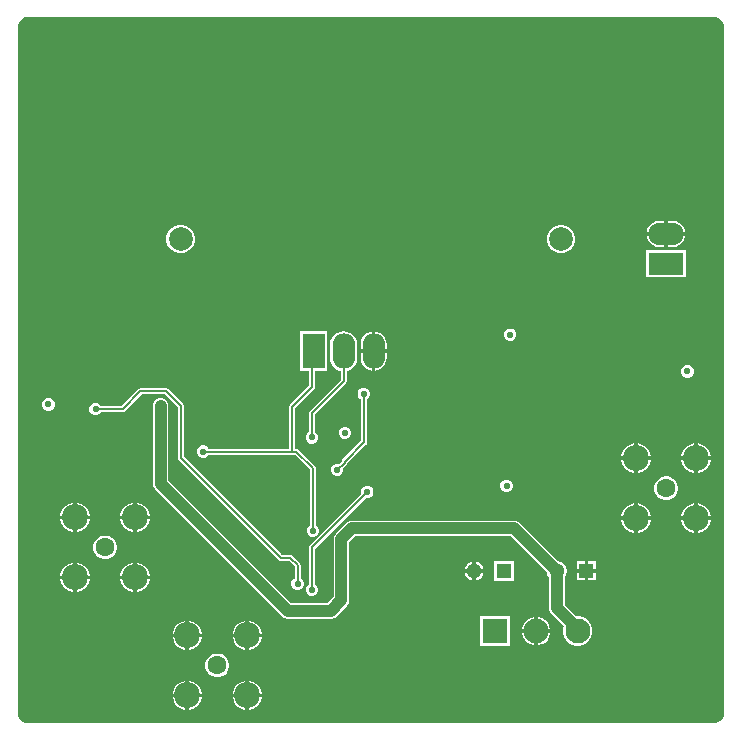
<source format=gbl>
G04*
G04 #@! TF.GenerationSoftware,Altium Limited,Altium Designer,21.9.1 (22)*
G04*
G04 Layer_Physical_Order=4*
G04 Layer_Color=16711680*
%FSAX44Y44*%
%MOMM*%
G71*
G04*
G04 #@! TF.SameCoordinates,0D14A302-91A5-4368-AE17-AEAA60D505F3*
G04*
G04*
G04 #@! TF.FilePolarity,Positive*
G04*
G01*
G75*
%ADD12C,0.2000*%
%ADD18C,1.0000*%
%ADD29C,2.1000*%
%ADD36C,2.2000*%
%ADD49C,5.0000*%
%ADD50C,1.6000*%
%ADD51C,2.0000*%
%ADD52O,3.0000X1.9000*%
%ADD53R,3.0000X1.9000*%
%ADD54R,1.9000X3.0000*%
%ADD55O,1.9000X3.0000*%
%ADD56R,1.3000X1.3000*%
%ADD57C,1.3000*%
%ADD58R,2.1000X2.1000*%
%ADD59C,0.7000*%
%ADD60C,0.5400*%
G36*
X00592625Y00598654D02*
X00594263Y00597976D01*
X00595737Y00596991D01*
X00596991Y00595737D01*
X00597976Y00594263D01*
X00598654Y00592625D01*
X00599000Y00590886D01*
Y00590000D01*
Y00010049D01*
Y00009155D01*
X00598651Y00007401D01*
X00597967Y00005749D01*
X00596973Y00004263D01*
X00595709Y00002998D01*
X00594222Y00002005D01*
X00592570Y00001320D01*
X00590817Y00000972D01*
X00589923D01*
X00215000Y00001000D01*
X00009114D01*
X00007375Y00001346D01*
X00005737Y00002024D01*
X00004263Y00003009D01*
X00003009Y00004263D01*
X00002024Y00005737D01*
X00001346Y00007375D01*
X00001000Y00009114D01*
Y00010000D01*
Y00590000D01*
Y00590886D01*
X00001346Y00592625D01*
X00002024Y00594263D01*
X00003009Y00595737D01*
X00004263Y00596991D01*
X00005737Y00597976D01*
X00007375Y00598654D01*
X00009114Y00599000D01*
X00590886D01*
X00592625Y00598654D01*
D02*
G37*
%LPC*%
G36*
X00555500Y00426495D02*
X00551500D01*
Y00416900D01*
X00566397D01*
X00566217Y00418272D01*
X00565108Y00420947D01*
X00563345Y00423245D01*
X00561047Y00425009D01*
X00558372Y00426117D01*
X00555500Y00426495D01*
D02*
G37*
G36*
X00548500D02*
X00544500D01*
X00541628Y00426117D01*
X00538952Y00425009D01*
X00536655Y00423245D01*
X00534892Y00420947D01*
X00533783Y00418272D01*
X00533603Y00416900D01*
X00548500D01*
Y00426495D01*
D02*
G37*
G36*
X00566397Y00413900D02*
X00551500D01*
Y00404305D01*
X00555500D01*
X00558372Y00404683D01*
X00561047Y00405792D01*
X00563345Y00407555D01*
X00565108Y00409853D01*
X00566217Y00412528D01*
X00566397Y00413900D01*
D02*
G37*
G36*
X00548500D02*
X00533603D01*
X00533783Y00412528D01*
X00534892Y00409853D01*
X00536655Y00407555D01*
X00538952Y00405792D01*
X00541628Y00404683D01*
X00544500Y00404305D01*
X00548500D01*
Y00413900D01*
D02*
G37*
G36*
X00462580Y00423000D02*
X00459420D01*
X00456368Y00422182D01*
X00453632Y00420602D01*
X00451398Y00418368D01*
X00449818Y00415632D01*
X00449000Y00412580D01*
Y00409420D01*
X00449818Y00406368D01*
X00451398Y00403632D01*
X00453632Y00401398D01*
X00456368Y00399818D01*
X00459420Y00399000D01*
X00462580D01*
X00465632Y00399818D01*
X00468368Y00401398D01*
X00470602Y00403632D01*
X00472182Y00406368D01*
X00473000Y00409420D01*
Y00412580D01*
X00472182Y00415632D01*
X00470602Y00418368D01*
X00468368Y00420602D01*
X00465632Y00422182D01*
X00462580Y00423000D01*
D02*
G37*
G36*
X00140580D02*
X00137420D01*
X00134368Y00422182D01*
X00131632Y00420602D01*
X00129398Y00418368D01*
X00127818Y00415632D01*
X00127000Y00412580D01*
Y00409420D01*
X00127818Y00406368D01*
X00129398Y00403632D01*
X00131632Y00401398D01*
X00134368Y00399818D01*
X00137420Y00399000D01*
X00140580D01*
X00143632Y00399818D01*
X00146368Y00401398D01*
X00148602Y00403632D01*
X00150182Y00406368D01*
X00151000Y00409420D01*
Y00412580D01*
X00150182Y00415632D01*
X00148602Y00418368D01*
X00146368Y00420602D01*
X00143632Y00422182D01*
X00140580Y00423000D01*
D02*
G37*
G36*
X00567000Y00401500D02*
X00533000D01*
Y00378500D01*
X00567000D01*
Y00401500D01*
D02*
G37*
G36*
X00419042Y00335240D02*
X00416958D01*
X00415032Y00334442D01*
X00413558Y00332968D01*
X00412760Y00331042D01*
Y00328958D01*
X00413558Y00327032D01*
X00415032Y00325558D01*
X00416958Y00324760D01*
X00419042D01*
X00420968Y00325558D01*
X00422442Y00327032D01*
X00423240Y00328958D01*
Y00331042D01*
X00422442Y00332968D01*
X00420968Y00334442D01*
X00419042Y00335240D01*
D02*
G37*
G36*
X00303900Y00332397D02*
Y00317500D01*
X00313495D01*
Y00321500D01*
X00313117Y00324372D01*
X00312008Y00327048D01*
X00310245Y00329345D01*
X00307947Y00331109D01*
X00305272Y00332217D01*
X00303900Y00332397D01*
D02*
G37*
G36*
X00300900D02*
X00299528Y00332217D01*
X00296853Y00331109D01*
X00294555Y00329345D01*
X00292792Y00327048D01*
X00291683Y00324372D01*
X00291305Y00321500D01*
Y00317500D01*
X00300900D01*
Y00332397D01*
D02*
G37*
G36*
X00313495Y00314500D02*
X00303900D01*
Y00299603D01*
X00305272Y00299783D01*
X00307947Y00300891D01*
X00310245Y00302655D01*
X00312008Y00304953D01*
X00313117Y00307628D01*
X00313495Y00310500D01*
Y00314500D01*
D02*
G37*
G36*
X00300900D02*
X00291305D01*
Y00310500D01*
X00291683Y00307628D01*
X00292792Y00304953D01*
X00294555Y00302655D01*
X00296853Y00300891D01*
X00299528Y00299783D01*
X00300900Y00299603D01*
Y00314500D01*
D02*
G37*
G36*
X00569042Y00304240D02*
X00566958D01*
X00565032Y00303442D01*
X00563558Y00301968D01*
X00562760Y00300042D01*
Y00297958D01*
X00563558Y00296032D01*
X00565032Y00294558D01*
X00566958Y00293760D01*
X00569042D01*
X00570968Y00294558D01*
X00572442Y00296032D01*
X00573240Y00297958D01*
Y00300042D01*
X00572442Y00301968D01*
X00570968Y00303442D01*
X00569042Y00304240D01*
D02*
G37*
G36*
X00028042Y00276240D02*
X00025958D01*
X00024032Y00275442D01*
X00022558Y00273968D01*
X00021760Y00272042D01*
Y00269958D01*
X00022558Y00268032D01*
X00024032Y00266558D01*
X00025958Y00265760D01*
X00028042D01*
X00029968Y00266558D01*
X00031442Y00268032D01*
X00032240Y00269958D01*
Y00272042D01*
X00031442Y00273968D01*
X00029968Y00275442D01*
X00028042Y00276240D01*
D02*
G37*
G36*
X00279042Y00252240D02*
X00276958D01*
X00275032Y00251442D01*
X00273558Y00249968D01*
X00272760Y00248042D01*
Y00245958D01*
X00273558Y00244032D01*
X00275032Y00242558D01*
X00276958Y00241760D01*
X00279042D01*
X00280968Y00242558D01*
X00282442Y00244032D01*
X00283240Y00245958D01*
Y00248042D01*
X00282442Y00249968D01*
X00280968Y00251442D01*
X00279042Y00252240D01*
D02*
G37*
G36*
X00277000Y00333099D02*
X00273998Y00332704D01*
X00271200Y00331545D01*
X00268798Y00329702D01*
X00266955Y00327300D01*
X00265796Y00324502D01*
X00265401Y00321500D01*
Y00310500D01*
X00265796Y00307498D01*
X00266955Y00304700D01*
X00268798Y00302298D01*
X00271200Y00300455D01*
X00273998Y00299296D01*
X00274451Y00299236D01*
Y00292056D01*
X00248198Y00265802D01*
X00247645Y00264975D01*
X00247451Y00264000D01*
Y00247616D01*
X00247032Y00247442D01*
X00245558Y00245968D01*
X00244760Y00244042D01*
Y00241958D01*
X00245558Y00240032D01*
X00247032Y00238558D01*
X00248958Y00237760D01*
X00251042D01*
X00252968Y00238558D01*
X00254442Y00240032D01*
X00255240Y00241958D01*
Y00244042D01*
X00254442Y00245968D01*
X00252968Y00247442D01*
X00252549Y00247616D01*
Y00262944D01*
X00278802Y00289198D01*
X00279355Y00290025D01*
X00279549Y00291000D01*
Y00299236D01*
X00280002Y00299296D01*
X00282800Y00300455D01*
X00285202Y00302298D01*
X00287045Y00304700D01*
X00288204Y00307498D01*
X00288599Y00310500D01*
Y00321500D01*
X00288204Y00324502D01*
X00287045Y00327300D01*
X00285202Y00329702D01*
X00282800Y00331545D01*
X00280002Y00332704D01*
X00277000Y00333099D01*
D02*
G37*
G36*
X00263100Y00333000D02*
X00240100D01*
Y00299000D01*
X00247451D01*
Y00287056D01*
X00231198Y00270802D01*
X00230645Y00269975D01*
X00230451Y00269000D01*
Y00233549D01*
X00162616D01*
X00162442Y00233968D01*
X00160968Y00235442D01*
X00159042Y00236240D01*
X00156958D01*
X00155032Y00235442D01*
X00153558Y00233968D01*
X00152760Y00232042D01*
Y00229958D01*
X00153558Y00228032D01*
X00155032Y00226558D01*
X00156958Y00225760D01*
X00159042D01*
X00160968Y00226558D01*
X00162442Y00228032D01*
X00162616Y00228451D01*
X00235944D01*
X00248451Y00215944D01*
Y00168616D01*
X00248032Y00168442D01*
X00246558Y00166968D01*
X00245760Y00165042D01*
Y00162958D01*
X00246558Y00161032D01*
X00248032Y00159558D01*
X00249958Y00158760D01*
X00252042D01*
X00253968Y00159558D01*
X00255442Y00161032D01*
X00256240Y00162958D01*
Y00165042D01*
X00255442Y00166968D01*
X00253968Y00168442D01*
X00253549Y00168616D01*
Y00217000D01*
X00253355Y00217975D01*
X00252802Y00218802D01*
X00238802Y00232802D01*
X00237976Y00233355D01*
X00237000Y00233549D01*
X00235549D01*
Y00267944D01*
X00251802Y00284198D01*
X00252355Y00285025D01*
X00252549Y00286000D01*
Y00299000D01*
X00263100D01*
Y00333000D01*
D02*
G37*
G36*
X00577046Y00237900D02*
X00576900D01*
Y00226900D01*
X00587900D01*
Y00227046D01*
X00587048Y00230225D01*
X00585402Y00233075D01*
X00583075Y00235403D01*
X00580225Y00237048D01*
X00577046Y00237900D01*
D02*
G37*
G36*
X00573900D02*
X00573754D01*
X00570575Y00237048D01*
X00567725Y00235403D01*
X00565397Y00233075D01*
X00563752Y00230225D01*
X00562900Y00227046D01*
Y00226900D01*
X00573900D01*
Y00237900D01*
D02*
G37*
G36*
X00526246D02*
X00526100D01*
Y00226900D01*
X00537100D01*
Y00227046D01*
X00536248Y00230225D01*
X00534603Y00233075D01*
X00532275Y00235403D01*
X00529425Y00237048D01*
X00526246Y00237900D01*
D02*
G37*
G36*
X00523100D02*
X00522954D01*
X00519775Y00237048D01*
X00516925Y00235403D01*
X00514598Y00233075D01*
X00512952Y00230225D01*
X00512100Y00227046D01*
Y00226900D01*
X00523100D01*
Y00237900D01*
D02*
G37*
G36*
X00295042Y00285240D02*
X00292958D01*
X00291032Y00284442D01*
X00289558Y00282968D01*
X00288760Y00281042D01*
Y00278958D01*
X00289558Y00277032D01*
X00291032Y00275558D01*
X00291451Y00275384D01*
Y00239881D01*
X00275958Y00224387D01*
X00275405Y00223560D01*
X00275268Y00222873D01*
X00272962Y00220566D01*
X00272542Y00220740D01*
X00270458D01*
X00268532Y00219942D01*
X00267058Y00218468D01*
X00266260Y00216542D01*
Y00214458D01*
X00267058Y00212532D01*
X00268532Y00211058D01*
X00270458Y00210260D01*
X00272542D01*
X00274468Y00211058D01*
X00275942Y00212532D01*
X00276740Y00214458D01*
Y00216542D01*
X00276566Y00216962D01*
X00279562Y00219958D01*
X00279932Y00220510D01*
X00280115Y00220785D01*
X00280252Y00221472D01*
X00295802Y00237022D01*
X00296355Y00237849D01*
X00296549Y00238825D01*
Y00275384D01*
X00296968Y00275558D01*
X00298442Y00277032D01*
X00299240Y00278958D01*
Y00281042D01*
X00298442Y00282968D01*
X00296968Y00284442D01*
X00295042Y00285240D01*
D02*
G37*
G36*
X00587900Y00223900D02*
X00576900D01*
Y00212900D01*
X00577046D01*
X00580225Y00213752D01*
X00583075Y00215397D01*
X00585402Y00217725D01*
X00587048Y00220575D01*
X00587900Y00223754D01*
Y00223900D01*
D02*
G37*
G36*
X00573900D02*
X00562900D01*
Y00223754D01*
X00563752Y00220575D01*
X00565397Y00217725D01*
X00567725Y00215397D01*
X00570575Y00213752D01*
X00573754Y00212900D01*
X00573900D01*
Y00223900D01*
D02*
G37*
G36*
X00537100Y00223900D02*
X00526100D01*
Y00212900D01*
X00526246D01*
X00529425Y00213752D01*
X00532275Y00215397D01*
X00534603Y00217725D01*
X00536248Y00220575D01*
X00537100Y00223754D01*
Y00223900D01*
D02*
G37*
G36*
X00523100D02*
X00512100D01*
Y00223754D01*
X00512952Y00220575D01*
X00514598Y00217725D01*
X00516925Y00215397D01*
X00519775Y00213752D01*
X00522954Y00212900D01*
X00523100D01*
Y00223900D01*
D02*
G37*
G36*
X00416042Y00207240D02*
X00413958D01*
X00412032Y00206442D01*
X00410558Y00204968D01*
X00409760Y00203042D01*
Y00200958D01*
X00410558Y00199032D01*
X00412032Y00197558D01*
X00413958Y00196760D01*
X00416042D01*
X00417968Y00197558D01*
X00419442Y00199032D01*
X00420240Y00200958D01*
Y00203042D01*
X00419442Y00204968D01*
X00417968Y00206442D01*
X00416042Y00207240D01*
D02*
G37*
G36*
X00298042Y00202240D02*
X00295958D01*
X00294032Y00201442D01*
X00292558Y00199968D01*
X00291760Y00198042D01*
Y00195958D01*
X00291934Y00195538D01*
X00248198Y00151802D01*
X00247645Y00150976D01*
X00247451Y00150000D01*
Y00118616D01*
X00247032Y00118442D01*
X00245558Y00116968D01*
X00244760Y00115042D01*
Y00112958D01*
X00245558Y00111032D01*
X00247032Y00109558D01*
X00248958Y00108760D01*
X00251042D01*
X00252968Y00109558D01*
X00254442Y00111032D01*
X00255240Y00112958D01*
Y00115042D01*
X00254442Y00116968D01*
X00252968Y00118442D01*
X00252549Y00118616D01*
Y00148944D01*
X00295538Y00191934D01*
X00295958Y00191760D01*
X00298042D01*
X00299968Y00192558D01*
X00301442Y00194032D01*
X00302240Y00195958D01*
Y00198042D01*
X00301442Y00199968D01*
X00299968Y00201442D01*
X00298042Y00202240D01*
D02*
G37*
G36*
X00551316Y00210000D02*
X00548684D01*
X00546140Y00209319D01*
X00543860Y00208002D01*
X00541998Y00206140D01*
X00540681Y00203860D01*
X00540000Y00201317D01*
Y00198683D01*
X00540681Y00196140D01*
X00541998Y00193860D01*
X00543860Y00191998D01*
X00546140Y00190681D01*
X00548684Y00190000D01*
X00551316D01*
X00553860Y00190681D01*
X00556140Y00191998D01*
X00558002Y00193860D01*
X00559319Y00196140D01*
X00560000Y00198683D01*
Y00201317D01*
X00559319Y00203860D01*
X00558002Y00206140D01*
X00556140Y00208002D01*
X00553860Y00209319D01*
X00551316Y00210000D01*
D02*
G37*
G36*
X00051246Y00187900D02*
X00051100D01*
Y00176900D01*
X00062100D01*
Y00177046D01*
X00061248Y00180225D01*
X00059602Y00183075D01*
X00057275Y00185403D01*
X00054425Y00187048D01*
X00051246Y00187900D01*
D02*
G37*
G36*
X00048100D02*
X00047954D01*
X00044775Y00187048D01*
X00041925Y00185403D01*
X00039597Y00183075D01*
X00037952Y00180225D01*
X00037100Y00177046D01*
Y00176900D01*
X00048100D01*
Y00187900D01*
D02*
G37*
G36*
X00102046D02*
X00101900D01*
Y00176900D01*
X00112900D01*
Y00177046D01*
X00112048Y00180225D01*
X00110402Y00183075D01*
X00108075Y00185403D01*
X00105225Y00187048D01*
X00102046Y00187900D01*
D02*
G37*
G36*
X00098900D02*
X00098754D01*
X00095575Y00187048D01*
X00092725Y00185403D01*
X00090398Y00183075D01*
X00088752Y00180225D01*
X00087900Y00177046D01*
Y00176900D01*
X00098900D01*
Y00187900D01*
D02*
G37*
G36*
X00577046Y00187100D02*
X00576900D01*
Y00176100D01*
X00587900D01*
Y00176246D01*
X00587048Y00179425D01*
X00585402Y00182275D01*
X00583075Y00184603D01*
X00580225Y00186248D01*
X00577046Y00187100D01*
D02*
G37*
G36*
X00573900D02*
X00573754D01*
X00570575Y00186248D01*
X00567725Y00184603D01*
X00565397Y00182275D01*
X00563752Y00179425D01*
X00562900Y00176246D01*
Y00176100D01*
X00573900D01*
Y00187100D01*
D02*
G37*
G36*
X00526246D02*
X00526100D01*
Y00176100D01*
X00537100D01*
Y00176246D01*
X00536248Y00179425D01*
X00534603Y00182275D01*
X00532275Y00184603D01*
X00529425Y00186248D01*
X00526246Y00187100D01*
D02*
G37*
G36*
X00523100D02*
X00522954D01*
X00519775Y00186248D01*
X00516925Y00184603D01*
X00514598Y00182275D01*
X00512952Y00179425D01*
X00512100Y00176246D01*
Y00176100D01*
X00523100D01*
Y00187100D01*
D02*
G37*
G36*
X00112900Y00173900D02*
X00101900D01*
Y00162900D01*
X00102046D01*
X00105225Y00163752D01*
X00108075Y00165397D01*
X00110402Y00167725D01*
X00112048Y00170575D01*
X00112900Y00173754D01*
Y00173900D01*
D02*
G37*
G36*
X00098900D02*
X00087900D01*
Y00173754D01*
X00088752Y00170575D01*
X00090398Y00167725D01*
X00092725Y00165397D01*
X00095575Y00163752D01*
X00098754Y00162900D01*
X00098900D01*
Y00173900D01*
D02*
G37*
G36*
X00062100Y00173900D02*
X00051100D01*
Y00162900D01*
X00051246D01*
X00054425Y00163752D01*
X00057275Y00165397D01*
X00059602Y00167725D01*
X00061248Y00170575D01*
X00062100Y00173754D01*
Y00173900D01*
D02*
G37*
G36*
X00048100D02*
X00037100D01*
Y00173754D01*
X00037952Y00170575D01*
X00039597Y00167725D01*
X00041925Y00165397D01*
X00044775Y00163752D01*
X00047954Y00162900D01*
X00048100D01*
Y00173900D01*
D02*
G37*
G36*
X00587900Y00173100D02*
X00576900D01*
Y00162100D01*
X00577046D01*
X00580225Y00162952D01*
X00583075Y00164597D01*
X00585402Y00166925D01*
X00587048Y00169775D01*
X00587900Y00172954D01*
Y00173100D01*
D02*
G37*
G36*
X00573900D02*
X00562900D01*
Y00172954D01*
X00563752Y00169775D01*
X00565397Y00166925D01*
X00567725Y00164597D01*
X00570575Y00162952D01*
X00573754Y00162100D01*
X00573900D01*
Y00173100D01*
D02*
G37*
G36*
X00537100Y00173100D02*
X00526100D01*
Y00162100D01*
X00526246D01*
X00529425Y00162952D01*
X00532275Y00164597D01*
X00534603Y00166925D01*
X00536248Y00169775D01*
X00537100Y00172954D01*
Y00173100D01*
D02*
G37*
G36*
X00523100D02*
X00512100D01*
Y00172954D01*
X00512952Y00169775D01*
X00514598Y00166925D01*
X00516925Y00164597D01*
X00519775Y00162952D01*
X00522954Y00162100D01*
X00523100D01*
Y00173100D01*
D02*
G37*
G36*
X00076316Y00160000D02*
X00073684D01*
X00071140Y00159319D01*
X00068860Y00158002D01*
X00066998Y00156140D01*
X00065682Y00153860D01*
X00065000Y00151316D01*
Y00148684D01*
X00065682Y00146140D01*
X00066998Y00143860D01*
X00068860Y00141998D01*
X00071140Y00140681D01*
X00073684Y00140000D01*
X00076316D01*
X00078860Y00140681D01*
X00081140Y00141998D01*
X00083002Y00143860D01*
X00084319Y00146140D01*
X00085000Y00148684D01*
Y00151316D01*
X00084319Y00153860D01*
X00083002Y00156140D01*
X00081140Y00158002D01*
X00078860Y00159319D01*
X00076316Y00160000D01*
D02*
G37*
G36*
X00490500Y00138000D02*
X00484000D01*
Y00131500D01*
X00490500D01*
Y00138000D01*
D02*
G37*
G36*
X00481000D02*
X00474500D01*
Y00131500D01*
X00481000D01*
Y00138000D01*
D02*
G37*
G36*
X00389000Y00137880D02*
Y00131500D01*
X00395380D01*
X00394955Y00133088D01*
X00393902Y00134912D01*
X00392412Y00136402D01*
X00390588Y00137455D01*
X00389000Y00137880D01*
D02*
G37*
G36*
X00386000D02*
X00384412Y00137455D01*
X00382588Y00136402D01*
X00381098Y00134912D01*
X00380045Y00133088D01*
X00379620Y00131500D01*
X00386000D01*
Y00137880D01*
D02*
G37*
G36*
X00051246Y00137100D02*
X00051100D01*
Y00126100D01*
X00062100D01*
Y00126246D01*
X00061248Y00129425D01*
X00059602Y00132275D01*
X00057275Y00134602D01*
X00054425Y00136248D01*
X00051246Y00137100D01*
D02*
G37*
G36*
X00048100D02*
X00047954D01*
X00044775Y00136248D01*
X00041925Y00134602D01*
X00039597Y00132275D01*
X00037952Y00129425D01*
X00037100Y00126246D01*
Y00126100D01*
X00048100D01*
Y00137100D01*
D02*
G37*
G36*
X00102046D02*
X00101900D01*
Y00126100D01*
X00112900D01*
Y00126246D01*
X00112048Y00129425D01*
X00110402Y00132275D01*
X00108075Y00134602D01*
X00105225Y00136248D01*
X00102046Y00137100D01*
D02*
G37*
G36*
X00098900D02*
X00098754D01*
X00095575Y00136248D01*
X00092725Y00134602D01*
X00090398Y00132275D01*
X00088752Y00129425D01*
X00087900Y00126246D01*
Y00126100D01*
X00098900D01*
Y00137100D01*
D02*
G37*
G36*
X00395380Y00128500D02*
X00389000D01*
Y00122120D01*
X00390588Y00122545D01*
X00392412Y00123598D01*
X00393902Y00125088D01*
X00394955Y00126912D01*
X00395380Y00128500D01*
D02*
G37*
G36*
X00386000D02*
X00379620D01*
X00380045Y00126912D01*
X00381098Y00125088D01*
X00382588Y00123598D01*
X00384412Y00122545D01*
X00386000Y00122120D01*
Y00128500D01*
D02*
G37*
G36*
X00490500D02*
X00484000D01*
Y00122000D01*
X00490500D01*
Y00128500D01*
D02*
G37*
G36*
X00481000D02*
X00474500D01*
Y00122000D01*
X00481000D01*
Y00128500D01*
D02*
G37*
G36*
X00421000Y00138500D02*
X00404000D01*
Y00121500D01*
X00421000D01*
Y00138500D01*
D02*
G37*
G36*
X00127000Y00284549D02*
X00105000D01*
X00104186Y00284387D01*
X00104024Y00284355D01*
X00103198Y00283802D01*
X00088944Y00269549D01*
X00071616D01*
X00071442Y00269968D01*
X00069968Y00271442D01*
X00068042Y00272240D01*
X00065958D01*
X00064032Y00271442D01*
X00062558Y00269968D01*
X00061760Y00268042D01*
Y00265958D01*
X00062558Y00264032D01*
X00064032Y00262558D01*
X00065958Y00261760D01*
X00068042D01*
X00069968Y00262558D01*
X00071442Y00264032D01*
X00071616Y00264451D01*
X00090000D01*
X00090976Y00264645D01*
X00091802Y00265198D01*
X00106056Y00279451D01*
X00125944D01*
X00136451Y00268944D01*
Y00226000D01*
X00136645Y00225025D01*
X00137198Y00224198D01*
X00222198Y00139198D01*
X00223025Y00138645D01*
X00224000Y00138451D01*
X00230944D01*
X00235451Y00133944D01*
Y00123616D01*
X00235032Y00123442D01*
X00233558Y00121968D01*
X00232760Y00120042D01*
Y00117958D01*
X00233558Y00116032D01*
X00235032Y00114558D01*
X00236958Y00113760D01*
X00239042D01*
X00240968Y00114558D01*
X00242442Y00116032D01*
X00243240Y00117958D01*
Y00120042D01*
X00242442Y00121968D01*
X00240968Y00123442D01*
X00240549Y00123616D01*
Y00135000D01*
X00240355Y00135975D01*
X00239802Y00136802D01*
X00233802Y00142802D01*
X00232976Y00143355D01*
X00232000Y00143549D01*
X00225056D01*
X00141549Y00227056D01*
Y00270000D01*
X00141355Y00270975D01*
X00140802Y00271802D01*
X00128802Y00283802D01*
X00127976Y00284355D01*
X00127000Y00284549D01*
D02*
G37*
G36*
X00112900Y00123100D02*
X00101900D01*
Y00112100D01*
X00102046D01*
X00105225Y00112952D01*
X00108075Y00114598D01*
X00110402Y00116925D01*
X00112048Y00119775D01*
X00112900Y00122954D01*
Y00123100D01*
D02*
G37*
G36*
X00098900D02*
X00087900D01*
Y00122954D01*
X00088752Y00119775D01*
X00090398Y00116925D01*
X00092725Y00114598D01*
X00095575Y00112952D01*
X00098754Y00112100D01*
X00098900D01*
Y00123100D01*
D02*
G37*
G36*
X00062100Y00123100D02*
X00051100D01*
Y00112100D01*
X00051246D01*
X00054425Y00112952D01*
X00057275Y00114598D01*
X00059602Y00116925D01*
X00061248Y00119775D01*
X00062100Y00122954D01*
Y00123100D01*
D02*
G37*
G36*
X00048100D02*
X00037100D01*
Y00122954D01*
X00037952Y00119775D01*
X00039597Y00116925D01*
X00041925Y00114598D01*
X00044775Y00112952D01*
X00047954Y00112100D01*
X00048100D01*
Y00123100D01*
D02*
G37*
G36*
X00441580Y00091001D02*
X00441500D01*
Y00080501D01*
X00452000D01*
Y00080581D01*
X00451182Y00083633D01*
X00449602Y00086369D01*
X00447368Y00088603D01*
X00444632Y00090183D01*
X00441580Y00091001D01*
D02*
G37*
G36*
X00438500D02*
X00438420D01*
X00435368Y00090183D01*
X00432632Y00088603D01*
X00430397Y00086369D01*
X00428818Y00083633D01*
X00428000Y00080581D01*
Y00080501D01*
X00438500D01*
Y00091001D01*
D02*
G37*
G36*
X00146246Y00087900D02*
X00146100D01*
Y00076900D01*
X00157100D01*
Y00077046D01*
X00156248Y00080225D01*
X00154602Y00083075D01*
X00152275Y00085402D01*
X00149425Y00087048D01*
X00146246Y00087900D01*
D02*
G37*
G36*
X00197046D02*
X00196900D01*
Y00076900D01*
X00207900D01*
Y00077046D01*
X00207048Y00080225D01*
X00205403Y00083075D01*
X00203075Y00085402D01*
X00200225Y00087048D01*
X00197046Y00087900D01*
D02*
G37*
G36*
X00193900D02*
X00193754D01*
X00190575Y00087048D01*
X00187725Y00085402D01*
X00185397Y00083075D01*
X00183752Y00080225D01*
X00182900Y00077046D01*
Y00076900D01*
X00193900D01*
Y00087900D01*
D02*
G37*
G36*
X00143100D02*
X00142954D01*
X00139775Y00087048D01*
X00136925Y00085402D01*
X00134598Y00083075D01*
X00132952Y00080225D01*
X00132100Y00077046D01*
Y00076900D01*
X00143100D01*
Y00087900D01*
D02*
G37*
G36*
X00452000Y00077501D02*
X00441500D01*
Y00067001D01*
X00441580D01*
X00444632Y00067819D01*
X00447368Y00069398D01*
X00449602Y00071633D01*
X00451182Y00074369D01*
X00452000Y00077421D01*
Y00077501D01*
D02*
G37*
G36*
X00438500D02*
X00428000D01*
Y00077421D01*
X00428818Y00074369D01*
X00430397Y00071633D01*
X00432632Y00069398D01*
X00435368Y00067819D01*
X00438420Y00067001D01*
X00438500D01*
Y00077501D01*
D02*
G37*
G36*
X00122000Y00276556D02*
X00120303Y00276333D01*
X00118722Y00275678D01*
X00117364Y00274636D01*
X00116322Y00273278D01*
X00115667Y00271697D01*
X00115444Y00270000D01*
Y00204000D01*
X00115667Y00202303D01*
X00115995Y00201513D01*
X00116322Y00200722D01*
X00117364Y00199364D01*
X00225364Y00091364D01*
X00226722Y00090322D01*
X00227840Y00089859D01*
X00228303Y00089667D01*
X00230000Y00089444D01*
X00266000D01*
X00267697Y00089667D01*
X00268352Y00089939D01*
X00269278Y00090322D01*
X00270636Y00091364D01*
X00279636Y00100364D01*
X00280678Y00101722D01*
X00281141Y00102840D01*
X00281333Y00103303D01*
X00281556Y00105000D01*
Y00154284D01*
X00286716Y00159444D01*
X00418784D01*
X00449000Y00129228D01*
Y00128881D01*
X00449579Y00126719D01*
X00450698Y00124781D01*
X00450944Y00124535D01*
Y00098712D01*
X00451167Y00097015D01*
X00451439Y00096360D01*
X00451822Y00095434D01*
X00452864Y00094076D01*
X00463301Y00083638D01*
X00462500Y00080646D01*
Y00077355D01*
X00463352Y00074176D01*
X00464997Y00071326D01*
X00467325Y00068998D01*
X00470175Y00067353D01*
X00473354Y00066501D01*
X00476646D01*
X00479825Y00067353D01*
X00482675Y00068998D01*
X00485002Y00071326D01*
X00486648Y00074176D01*
X00487500Y00077355D01*
Y00080646D01*
X00486648Y00083826D01*
X00485002Y00086676D01*
X00482675Y00089003D01*
X00479825Y00090649D01*
X00476646Y00091501D01*
X00473982D01*
X00464056Y00101427D01*
Y00124535D01*
X00464302Y00124781D01*
X00465421Y00126719D01*
X00466000Y00128881D01*
Y00131119D01*
X00465421Y00133281D01*
X00464302Y00135219D01*
X00462719Y00136802D01*
X00460781Y00137921D01*
X00458619Y00138500D01*
X00458272D01*
X00426136Y00170636D01*
X00424778Y00171678D01*
X00423987Y00172005D01*
X00423197Y00172333D01*
X00421500Y00172556D01*
X00284000D01*
X00282303Y00172333D01*
X00281513Y00172005D01*
X00280722Y00171678D01*
X00279364Y00170636D01*
X00270364Y00161636D01*
X00269322Y00160278D01*
X00268995Y00159487D01*
X00268667Y00158697D01*
X00268444Y00157000D01*
Y00107716D01*
X00263284Y00102556D01*
X00232716D01*
X00128556Y00206716D01*
Y00270000D01*
X00128333Y00271697D01*
X00127678Y00273278D01*
X00126636Y00274636D01*
X00125278Y00275678D01*
X00123697Y00276333D01*
X00122000Y00276556D01*
D02*
G37*
G36*
X00417500Y00091501D02*
X00392500D01*
Y00066501D01*
X00417500D01*
Y00091501D01*
D02*
G37*
G36*
X00207900Y00073900D02*
X00196900D01*
Y00062900D01*
X00197046D01*
X00200225Y00063752D01*
X00203075Y00065398D01*
X00205403Y00067725D01*
X00207048Y00070575D01*
X00207900Y00073754D01*
Y00073900D01*
D02*
G37*
G36*
X00193900D02*
X00182900D01*
Y00073754D01*
X00183752Y00070575D01*
X00185397Y00067725D01*
X00187725Y00065398D01*
X00190575Y00063752D01*
X00193754Y00062900D01*
X00193900D01*
Y00073900D01*
D02*
G37*
G36*
X00157100D02*
X00146100D01*
Y00062900D01*
X00146246D01*
X00149425Y00063752D01*
X00152275Y00065398D01*
X00154602Y00067725D01*
X00156248Y00070575D01*
X00157100Y00073754D01*
Y00073900D01*
D02*
G37*
G36*
X00143100D02*
X00132100D01*
Y00073754D01*
X00132952Y00070575D01*
X00134598Y00067725D01*
X00136925Y00065398D01*
X00139775Y00063752D01*
X00142954Y00062900D01*
X00143100D01*
Y00073900D01*
D02*
G37*
G36*
X00171317Y00060000D02*
X00168683D01*
X00166140Y00059318D01*
X00163860Y00058002D01*
X00161998Y00056140D01*
X00160681Y00053860D01*
X00160000Y00051316D01*
Y00048684D01*
X00160681Y00046140D01*
X00161998Y00043860D01*
X00163860Y00041998D01*
X00166140Y00040682D01*
X00168683Y00040000D01*
X00171317D01*
X00173860Y00040682D01*
X00176140Y00041998D01*
X00178002Y00043860D01*
X00179319Y00046140D01*
X00180000Y00048684D01*
Y00051316D01*
X00179319Y00053860D01*
X00178002Y00056140D01*
X00176140Y00058002D01*
X00173860Y00059318D01*
X00171317Y00060000D01*
D02*
G37*
G36*
X00197046Y00037100D02*
X00196900D01*
Y00026100D01*
X00207900D01*
Y00026246D01*
X00207048Y00029425D01*
X00205403Y00032275D01*
X00203075Y00034602D01*
X00200225Y00036248D01*
X00197046Y00037100D01*
D02*
G37*
G36*
X00193900D02*
X00193754D01*
X00190575Y00036248D01*
X00187725Y00034602D01*
X00185397Y00032275D01*
X00183752Y00029425D01*
X00182900Y00026246D01*
Y00026100D01*
X00193900D01*
Y00037100D01*
D02*
G37*
G36*
X00146246D02*
X00146100D01*
Y00026100D01*
X00157100D01*
Y00026246D01*
X00156248Y00029425D01*
X00154602Y00032275D01*
X00152275Y00034602D01*
X00149425Y00036248D01*
X00146246Y00037100D01*
D02*
G37*
G36*
X00143100D02*
X00142954D01*
X00139775Y00036248D01*
X00136925Y00034602D01*
X00134598Y00032275D01*
X00132952Y00029425D01*
X00132100Y00026246D01*
Y00026100D01*
X00143100D01*
Y00037100D01*
D02*
G37*
G36*
X00207900Y00023100D02*
X00196900D01*
Y00012100D01*
X00197046D01*
X00200225Y00012952D01*
X00203075Y00014598D01*
X00205403Y00016925D01*
X00207048Y00019775D01*
X00207900Y00022954D01*
Y00023100D01*
D02*
G37*
G36*
X00193900D02*
X00182900D01*
Y00022954D01*
X00183752Y00019775D01*
X00185397Y00016925D01*
X00187725Y00014598D01*
X00190575Y00012952D01*
X00193754Y00012100D01*
X00193900D01*
Y00023100D01*
D02*
G37*
G36*
X00157100Y00023100D02*
X00146100D01*
Y00012100D01*
X00146246D01*
X00149425Y00012952D01*
X00152275Y00014598D01*
X00154602Y00016925D01*
X00156248Y00019775D01*
X00157100Y00022954D01*
Y00023100D01*
D02*
G37*
G36*
X00143100D02*
X00132100D01*
Y00022954D01*
X00132952Y00019775D01*
X00134598Y00016925D01*
X00136925Y00014598D01*
X00139775Y00012952D01*
X00142954Y00012100D01*
X00143100D01*
Y00023100D01*
D02*
G37*
%LPD*%
D12*
X00238000Y00119000D02*
Y00135000D01*
X00232000Y00141000D02*
X00238000Y00135000D01*
X00139000Y00226000D02*
X00224000Y00141000D01*
X00232000D01*
X00127000Y00282000D02*
X00139000Y00270000D01*
Y00226000D02*
Y00270000D01*
X00105000Y00282000D02*
X00127000D01*
X00067000Y00267000D02*
X00090000D01*
X00105000Y00282000D01*
X00277760Y00222585D02*
X00294000Y00238825D01*
Y00280000D01*
X00271500Y00215500D02*
X00277760Y00221760D01*
Y00222585D01*
X00158000Y00231000D02*
X00233000D01*
Y00269000D02*
X00250000Y00286000D01*
X00233000Y00231000D02*
X00237000D01*
X00233000D02*
Y00269000D01*
X00250000Y00314400D02*
X00251600Y00316000D01*
X00250000Y00286000D02*
Y00314400D01*
X00237000Y00231000D02*
X00251000Y00217000D01*
Y00164000D02*
Y00217000D01*
X00250000Y00114000D02*
Y00150000D01*
X00297000Y00197000D01*
X00277000Y00291000D02*
Y00316000D01*
X00250000Y00264000D02*
X00277000Y00291000D01*
X00250000Y00243000D02*
Y00264000D01*
D18*
X00275000Y00157000D02*
X00284000Y00166000D01*
X00122000Y00204000D02*
Y00270000D01*
X00230000Y00096000D02*
X00266000D01*
X00122000Y00204000D02*
X00230000Y00096000D01*
X00275000Y00105000D02*
Y00157000D01*
X00266000Y00096000D02*
X00275000Y00105000D01*
X00421500Y00166000D02*
X00457500Y00130000D01*
X00284000Y00166000D02*
X00421500D01*
X00457500Y00098712D02*
Y00130000D01*
X00475000Y00079001D02*
Y00081212D01*
X00457500Y00098712D02*
X00475000Y00081212D01*
D29*
X00440000Y00079001D02*
D03*
X00475000D02*
D03*
D36*
X00524600Y00174600D02*
D03*
X00575400D02*
D03*
Y00225400D02*
D03*
X00524600D02*
D03*
X00049600Y00124600D02*
D03*
X00100400D02*
D03*
Y00175400D02*
D03*
X00049600D02*
D03*
X00144600Y00024600D02*
D03*
X00195400D02*
D03*
Y00075400D02*
D03*
X00144600D02*
D03*
D49*
X00550000Y00050000D02*
D03*
X00050000D02*
D03*
X00550000Y00550000D02*
D03*
X00050000D02*
D03*
D50*
X00550000Y00200000D02*
D03*
X00075000Y00150000D02*
D03*
X00170000Y00050000D02*
D03*
D51*
X00461000Y00411000D02*
D03*
Y00453000D02*
D03*
X00419000Y00411000D02*
D03*
X00181000D02*
D03*
X00139000Y00453000D02*
D03*
Y00411000D02*
D03*
D52*
X00550000Y00415400D02*
D03*
D53*
Y00390000D02*
D03*
D54*
X00251600Y00316000D02*
D03*
D55*
X00277000D02*
D03*
X00302400D02*
D03*
D56*
X00412500Y00130000D02*
D03*
X00482500D02*
D03*
D57*
X00387500D02*
D03*
X00457500D02*
D03*
D58*
X00405000Y00079001D02*
D03*
D59*
X00570002Y00510001D02*
D03*
Y00490001D02*
D03*
Y00470001D02*
D03*
Y00450001D02*
D03*
Y00430001D02*
D03*
Y00410001D02*
D03*
Y00370001D02*
D03*
X00550002Y00510001D02*
D03*
Y00490001D02*
D03*
Y00470001D02*
D03*
Y00450001D02*
D03*
Y00430001D02*
D03*
X00530002Y00510001D02*
D03*
Y00490001D02*
D03*
Y00470001D02*
D03*
Y00450001D02*
D03*
Y00430001D02*
D03*
Y00410001D02*
D03*
Y00370001D02*
D03*
X00510002Y00570001D02*
D03*
Y00550001D02*
D03*
Y00530001D02*
D03*
Y00510001D02*
D03*
Y00490001D02*
D03*
Y00470001D02*
D03*
Y00450001D02*
D03*
Y00430001D02*
D03*
Y00370001D02*
D03*
X00490002Y00570001D02*
D03*
Y00550001D02*
D03*
Y00530001D02*
D03*
Y00510001D02*
D03*
Y00490001D02*
D03*
Y00470001D02*
D03*
Y00450001D02*
D03*
Y00430001D02*
D03*
Y00410001D02*
D03*
Y00370001D02*
D03*
X00470002Y00570001D02*
D03*
Y00550001D02*
D03*
Y00530001D02*
D03*
Y00510001D02*
D03*
Y00490001D02*
D03*
Y00470001D02*
D03*
Y00430001D02*
D03*
Y00390001D02*
D03*
Y00370001D02*
D03*
X00450002Y00570001D02*
D03*
Y00550001D02*
D03*
Y00530001D02*
D03*
Y00510001D02*
D03*
Y00490001D02*
D03*
Y00470001D02*
D03*
Y00430001D02*
D03*
Y00390001D02*
D03*
Y00370001D02*
D03*
X00430002Y00570001D02*
D03*
Y00550001D02*
D03*
Y00530001D02*
D03*
Y00510001D02*
D03*
Y00490001D02*
D03*
Y00470001D02*
D03*
Y00450001D02*
D03*
Y00430001D02*
D03*
Y00390001D02*
D03*
Y00370001D02*
D03*
X00410002Y00570001D02*
D03*
Y00550001D02*
D03*
Y00530001D02*
D03*
Y00510001D02*
D03*
Y00490001D02*
D03*
Y00470001D02*
D03*
Y00450001D02*
D03*
Y00430001D02*
D03*
Y00390001D02*
D03*
Y00370001D02*
D03*
X00390002Y00570001D02*
D03*
Y00550001D02*
D03*
Y00530001D02*
D03*
Y00510001D02*
D03*
Y00490001D02*
D03*
Y00470001D02*
D03*
Y00450001D02*
D03*
Y00430001D02*
D03*
Y00410001D02*
D03*
Y00390001D02*
D03*
Y00370001D02*
D03*
X00370001Y00570001D02*
D03*
Y00550001D02*
D03*
Y00530001D02*
D03*
Y00510001D02*
D03*
Y00490001D02*
D03*
Y00470001D02*
D03*
Y00450001D02*
D03*
Y00430001D02*
D03*
Y00410001D02*
D03*
Y00390001D02*
D03*
Y00370001D02*
D03*
X00350001Y00570001D02*
D03*
Y00550001D02*
D03*
Y00530001D02*
D03*
Y00510001D02*
D03*
Y00490001D02*
D03*
Y00470001D02*
D03*
Y00450001D02*
D03*
Y00430001D02*
D03*
Y00410001D02*
D03*
Y00390001D02*
D03*
Y00370001D02*
D03*
X00330001Y00570001D02*
D03*
Y00550001D02*
D03*
Y00530001D02*
D03*
Y00510001D02*
D03*
Y00490001D02*
D03*
Y00470001D02*
D03*
Y00450001D02*
D03*
Y00430001D02*
D03*
Y00410001D02*
D03*
Y00390001D02*
D03*
Y00370001D02*
D03*
X00310002Y00570001D02*
D03*
Y00550001D02*
D03*
Y00530001D02*
D03*
Y00510001D02*
D03*
Y00490001D02*
D03*
Y00470001D02*
D03*
Y00450001D02*
D03*
Y00430001D02*
D03*
Y00410001D02*
D03*
Y00390001D02*
D03*
Y00370001D02*
D03*
X00290002Y00570001D02*
D03*
Y00550001D02*
D03*
Y00530001D02*
D03*
Y00510001D02*
D03*
Y00490001D02*
D03*
Y00470001D02*
D03*
Y00450001D02*
D03*
Y00430001D02*
D03*
Y00410001D02*
D03*
Y00390001D02*
D03*
Y00370001D02*
D03*
X00270002Y00570001D02*
D03*
Y00550001D02*
D03*
Y00530001D02*
D03*
Y00510001D02*
D03*
Y00490001D02*
D03*
Y00470001D02*
D03*
Y00450001D02*
D03*
Y00430001D02*
D03*
Y00410001D02*
D03*
Y00390001D02*
D03*
Y00370001D02*
D03*
X00250002Y00570001D02*
D03*
Y00550001D02*
D03*
Y00530001D02*
D03*
Y00510001D02*
D03*
Y00490001D02*
D03*
Y00470001D02*
D03*
Y00450001D02*
D03*
Y00430001D02*
D03*
Y00410001D02*
D03*
Y00390001D02*
D03*
Y00370001D02*
D03*
X00230002Y00570001D02*
D03*
Y00550001D02*
D03*
Y00530001D02*
D03*
Y00510001D02*
D03*
Y00490001D02*
D03*
Y00470001D02*
D03*
Y00450001D02*
D03*
Y00430001D02*
D03*
Y00410001D02*
D03*
Y00390001D02*
D03*
Y00370001D02*
D03*
X00210002Y00570001D02*
D03*
Y00550001D02*
D03*
Y00530001D02*
D03*
Y00510001D02*
D03*
Y00490001D02*
D03*
Y00470001D02*
D03*
Y00450001D02*
D03*
Y00430001D02*
D03*
Y00410001D02*
D03*
Y00390001D02*
D03*
Y00370001D02*
D03*
X00190001Y00570001D02*
D03*
Y00550001D02*
D03*
Y00530001D02*
D03*
Y00510001D02*
D03*
Y00490001D02*
D03*
Y00470001D02*
D03*
Y00450001D02*
D03*
Y00430001D02*
D03*
Y00390001D02*
D03*
Y00370001D02*
D03*
X00170001Y00570001D02*
D03*
Y00550001D02*
D03*
Y00530001D02*
D03*
Y00510001D02*
D03*
Y00490001D02*
D03*
Y00470001D02*
D03*
Y00450001D02*
D03*
Y00430001D02*
D03*
Y00390001D02*
D03*
Y00370001D02*
D03*
X00150001Y00570001D02*
D03*
Y00550001D02*
D03*
Y00530001D02*
D03*
Y00510001D02*
D03*
Y00490001D02*
D03*
Y00470001D02*
D03*
Y00390001D02*
D03*
Y00370001D02*
D03*
X00130001Y00570001D02*
D03*
Y00550001D02*
D03*
Y00530001D02*
D03*
Y00510001D02*
D03*
Y00490001D02*
D03*
Y00470001D02*
D03*
Y00390001D02*
D03*
Y00370001D02*
D03*
X00110001Y00570001D02*
D03*
Y00550001D02*
D03*
Y00530001D02*
D03*
Y00510001D02*
D03*
Y00490001D02*
D03*
Y00470001D02*
D03*
Y00450001D02*
D03*
Y00390001D02*
D03*
Y00370001D02*
D03*
X00090001Y00570001D02*
D03*
Y00550001D02*
D03*
Y00530001D02*
D03*
Y00510001D02*
D03*
Y00490001D02*
D03*
Y00470001D02*
D03*
Y00450001D02*
D03*
Y00390001D02*
D03*
Y00370001D02*
D03*
X00070001Y00510001D02*
D03*
Y00490001D02*
D03*
Y00470001D02*
D03*
Y00450001D02*
D03*
Y00410001D02*
D03*
X00050001Y00510001D02*
D03*
Y00490001D02*
D03*
Y00470001D02*
D03*
Y00450001D02*
D03*
Y00410001D02*
D03*
Y00390001D02*
D03*
X00030001Y00510001D02*
D03*
Y00490001D02*
D03*
Y00470001D02*
D03*
Y00450001D02*
D03*
Y00410001D02*
D03*
Y00390001D02*
D03*
Y00370001D02*
D03*
X00010001Y00570001D02*
D03*
Y00550001D02*
D03*
Y00530001D02*
D03*
Y00510001D02*
D03*
Y00490001D02*
D03*
Y00470001D02*
D03*
Y00450001D02*
D03*
Y00410001D02*
D03*
Y00390001D02*
D03*
Y00370001D02*
D03*
D60*
X00238000Y00119000D02*
D03*
X00067000Y00267000D02*
D03*
X00429000Y00249000D02*
D03*
X00391000Y00270000D02*
D03*
X00510000Y00416000D02*
D03*
X00042000Y00369000D02*
D03*
X00012000Y00272000D02*
D03*
X00067750Y00243250D02*
D03*
X00082250D02*
D03*
X00146000Y00282000D02*
D03*
X00230000Y00126000D02*
D03*
X00287250Y00110250D02*
D03*
X00286250Y00133250D02*
D03*
X00284000Y00220000D02*
D03*
X00241000Y00246000D02*
D03*
X00278000Y00279000D02*
D03*
X00415000Y00202000D02*
D03*
X00442000Y00212000D02*
D03*
X00434000Y00329000D02*
D03*
X00418000Y00330000D02*
D03*
X00534000Y00299000D02*
D03*
X00568000Y00334000D02*
D03*
Y00299000D02*
D03*
X00158000Y00231000D02*
D03*
X00251000Y00164000D02*
D03*
X00278000Y00160000D02*
D03*
X00250000Y00114000D02*
D03*
X00297000Y00197000D02*
D03*
X00271500Y00215500D02*
D03*
X00294000Y00280000D02*
D03*
X00250000Y00243000D02*
D03*
X00278000Y00247000D02*
D03*
X00206000Y00219000D02*
D03*
X00204000Y00211000D02*
D03*
X00122000Y00270000D02*
D03*
X00027000Y00271000D02*
D03*
M02*

</source>
